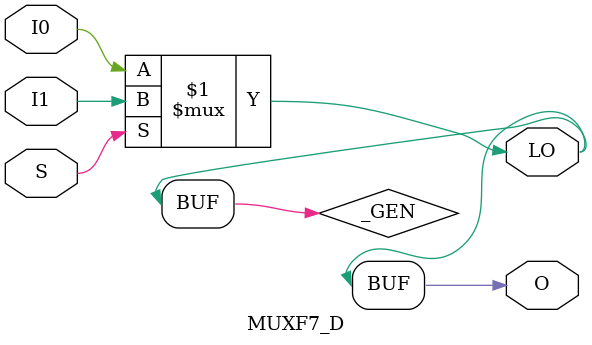
<source format=v>
module MUXF7_D(	// file.cleaned.mlir:2:3
  input  I0,	// file.cleaned.mlir:2:25
         I1,	// file.cleaned.mlir:2:38
         S,	// file.cleaned.mlir:2:51
  output LO,	// file.cleaned.mlir:2:64
         O	// file.cleaned.mlir:2:77
);

  wire _GEN = S ? I1 : I0;	// file.cleaned.mlir:3:10
  assign LO = _GEN;	// file.cleaned.mlir:3:10, :4:5
  assign O = _GEN;	// file.cleaned.mlir:3:10, :4:5
endmodule


</source>
